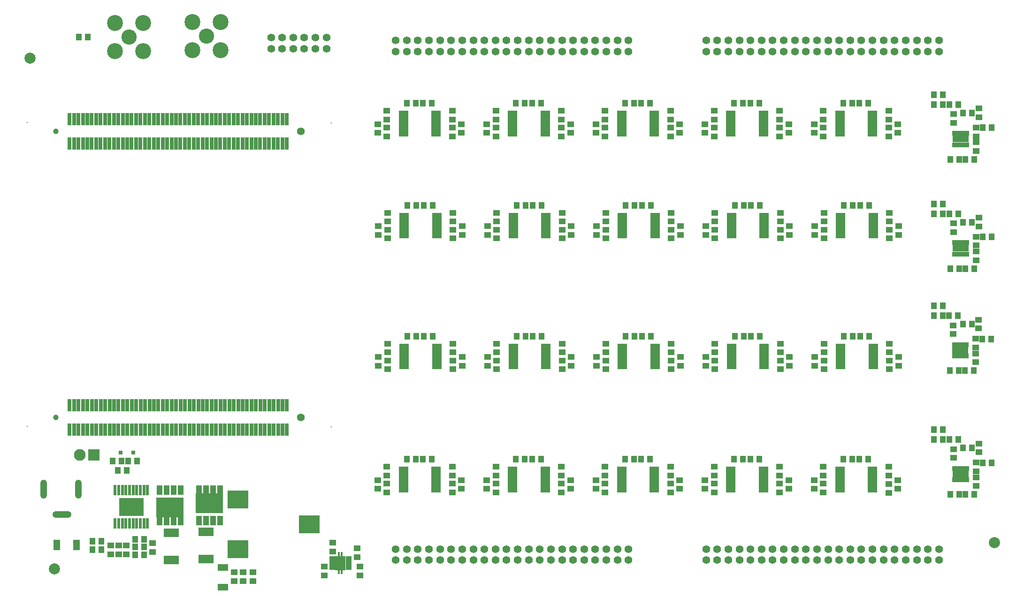
<source format=gts>
G04*
G04 #@! TF.GenerationSoftware,Altium Limited,Altium Designer,23.3.1 (30)*
G04*
G04 Layer_Color=8388736*
%FSLAX44Y44*%
%MOMM*%
G71*
G04*
G04 #@! TF.SameCoordinates,BD36C32B-B9C7-4E4D-8C4A-4C0C75BD15CB*
G04*
G04*
G04 #@! TF.FilePolarity,Negative*
G04*
G01*
G75*
%ADD36C,0.0000*%
%ADD37R,0.7033X2.2032*%
%ADD38C,2.0000*%
%ADD39R,0.9906X1.1684*%
%ADD40R,1.3032X1.9032*%
%ADD41R,1.9032X1.3032*%
%ADD42R,3.7032X3.2032*%
%ADD43R,1.0532X0.4832*%
%ADD44R,1.8532X2.6032*%
%ADD45R,0.4232X0.9032*%
%ADD46R,1.1684X0.9906*%
%ADD47R,0.5032X0.8532*%
%ADD48R,2.8632X1.3032*%
%ADD49R,1.6782X0.6532*%
%ADD50R,0.7032X0.8032*%
%ADD51R,0.6232X1.9832*%
%ADD52R,4.4032X3.2032*%
%ADD53R,2.7032X1.6032*%
%ADD54R,4.9032X3.5532*%
%ADD55R,1.0532X1.6532*%
%ADD56O,3.4532X1.2032*%
%ADD57O,1.2032X3.4532*%
%ADD58R,0.2032X0.2032*%
%ADD59C,1.0033*%
%ADD60C,1.4031*%
%ADD61C,2.8702*%
%ADD62C,2.7432*%
%ADD63R,2.1032X2.1032*%
%ADD64C,2.1032*%
%ADD65C,1.4032*%
%ADD66C,0.7032*%
D36*
X432890Y496570D02*
G03*
X432890Y496570I-8710J0D01*
G01*
X407490D02*
G03*
X407490Y496570I-8710J0D01*
G01*
D37*
X460073Y1058619D02*
D03*
Y1102617D02*
D03*
X452072Y1058619D02*
D03*
Y1102617D02*
D03*
X444071Y1058619D02*
D03*
Y1102617D02*
D03*
X436072Y1058619D02*
D03*
X428071D02*
D03*
X420073D02*
D03*
X412072D02*
D03*
X404071D02*
D03*
X396072D02*
D03*
X388071D02*
D03*
X380073D02*
D03*
X436072Y1102617D02*
D03*
X428071D02*
D03*
X420073D02*
D03*
X412072D02*
D03*
X404071D02*
D03*
X396072D02*
D03*
X388071D02*
D03*
X380073D02*
D03*
X772071Y1058619D02*
D03*
X764073D02*
D03*
X756072D02*
D03*
X748073D02*
D03*
X740072D02*
D03*
X732071D02*
D03*
X724073D02*
D03*
X716072D02*
D03*
X708073D02*
D03*
X700072D02*
D03*
X692071D02*
D03*
X684073D02*
D03*
X676072D02*
D03*
X668071D02*
D03*
X660072D02*
D03*
X652071D02*
D03*
X644073D02*
D03*
X636072D02*
D03*
X628071D02*
D03*
X620072D02*
D03*
X612071D02*
D03*
X604073D02*
D03*
X596072D02*
D03*
X588071D02*
D03*
X580073D02*
D03*
X572071D02*
D03*
X564073D02*
D03*
X556072D02*
D03*
X548071D02*
D03*
X540073D02*
D03*
X532072D02*
D03*
X772071Y1102617D02*
D03*
X764073D02*
D03*
X756072D02*
D03*
X748073D02*
D03*
X740072D02*
D03*
X732071D02*
D03*
X724073D02*
D03*
X716072D02*
D03*
X708073D02*
D03*
X700072D02*
D03*
X692071D02*
D03*
X684073D02*
D03*
X676072D02*
D03*
X668071D02*
D03*
X660072D02*
D03*
X652071D02*
D03*
X644073D02*
D03*
X636072D02*
D03*
X628071D02*
D03*
X620072D02*
D03*
X612071D02*
D03*
X604073D02*
D03*
X596072D02*
D03*
X588071D02*
D03*
X580073D02*
D03*
X572071D02*
D03*
X564073D02*
D03*
X556072D02*
D03*
X548071D02*
D03*
X540073D02*
D03*
X532072D02*
D03*
X524073Y1058619D02*
D03*
Y1102617D02*
D03*
X516072Y1058619D02*
D03*
Y1102617D02*
D03*
X508071Y1058619D02*
D03*
Y1102617D02*
D03*
X500073Y1058619D02*
D03*
Y1102617D02*
D03*
X492072Y1058619D02*
D03*
Y1102617D02*
D03*
X484073Y1058619D02*
D03*
Y1102617D02*
D03*
X476072Y1058619D02*
D03*
Y1102617D02*
D03*
X468071Y1058619D02*
D03*
Y1102617D02*
D03*
X652325Y541729D02*
D03*
X644327D02*
D03*
X636326D02*
D03*
X628325D02*
D03*
X620326D02*
D03*
X612325D02*
D03*
X604327D02*
D03*
X596326D02*
D03*
X588325D02*
D03*
X580326D02*
D03*
X572326D02*
D03*
X564327D02*
D03*
X556326D02*
D03*
X548325D02*
D03*
X540327D02*
D03*
X532326D02*
D03*
X772325D02*
D03*
X764327D02*
D03*
X756326D02*
D03*
X748327D02*
D03*
X740326D02*
D03*
X732325D02*
D03*
X724327D02*
D03*
X716326D02*
D03*
X708327D02*
D03*
X700326D02*
D03*
X692325D02*
D03*
X684327D02*
D03*
X676326D02*
D03*
X668325D02*
D03*
X660326D02*
D03*
X772325Y585727D02*
D03*
X764327D02*
D03*
X756326D02*
D03*
X748327D02*
D03*
X740326D02*
D03*
X732325D02*
D03*
X724327D02*
D03*
X716326D02*
D03*
X708327D02*
D03*
X700326D02*
D03*
X692325D02*
D03*
X684327D02*
D03*
X676326D02*
D03*
X668325D02*
D03*
X660326D02*
D03*
X652325D02*
D03*
X644327D02*
D03*
X636326D02*
D03*
X628325D02*
D03*
X620326D02*
D03*
X612325D02*
D03*
X604327D02*
D03*
X596326D02*
D03*
X588325D02*
D03*
X580326D02*
D03*
X572326D02*
D03*
X564327D02*
D03*
X556326D02*
D03*
X548325D02*
D03*
X540327D02*
D03*
X532326D02*
D03*
X524327Y541729D02*
D03*
X516326D02*
D03*
X508325D02*
D03*
X500327D02*
D03*
X492326D02*
D03*
Y585727D02*
D03*
X484327Y541729D02*
D03*
Y585727D02*
D03*
X476326Y541729D02*
D03*
Y585727D02*
D03*
X468325Y541729D02*
D03*
Y585727D02*
D03*
X460327Y541729D02*
D03*
Y585727D02*
D03*
X452326Y541729D02*
D03*
Y585727D02*
D03*
X444325Y541729D02*
D03*
Y585727D02*
D03*
X436326Y541729D02*
D03*
Y585727D02*
D03*
X428325Y541729D02*
D03*
Y585727D02*
D03*
X420327Y541729D02*
D03*
Y585727D02*
D03*
X412326Y541729D02*
D03*
X404325D02*
D03*
X396326D02*
D03*
Y585727D02*
D03*
X388325Y541729D02*
D03*
X380327D02*
D03*
X524327Y585727D02*
D03*
X516326D02*
D03*
X508325D02*
D03*
X500327D02*
D03*
X412326D02*
D03*
X404325D02*
D03*
X388325D02*
D03*
X380327D02*
D03*
D38*
X308610Y1212850D02*
D03*
X353060Y290830D02*
D03*
X2048510Y337820D02*
D03*
D39*
X1412748Y947039D02*
D03*
X1428750D02*
D03*
X1955800Y524129D02*
D03*
X1939798D02*
D03*
X1992249Y916559D02*
D03*
X2008251D02*
D03*
X1996059Y832739D02*
D03*
X2012061D02*
D03*
X1985010D02*
D03*
X1969008D02*
D03*
X2027428Y889889D02*
D03*
X2043430D02*
D03*
X1939798Y931799D02*
D03*
X1955800D02*
D03*
Y949579D02*
D03*
X1939798D02*
D03*
X1983232Y931799D02*
D03*
X1967230D02*
D03*
X2027428Y482219D02*
D03*
X2043430D02*
D03*
X1939798Y541909D02*
D03*
X1955800D02*
D03*
X1996059Y425069D02*
D03*
X2012061D02*
D03*
X1992249Y508889D02*
D03*
X2008251D02*
D03*
X1969008Y425069D02*
D03*
X1985010D02*
D03*
X1983232Y524129D02*
D03*
X1967230D02*
D03*
X397129Y1250950D02*
D03*
X413131D02*
D03*
X1982724Y747649D02*
D03*
X1966722D02*
D03*
X1984502Y648589D02*
D03*
X1968500D02*
D03*
X1399540Y947039D02*
D03*
X1383538D02*
D03*
X1033780Y488569D02*
D03*
X1017778D02*
D03*
X1004570D02*
D03*
X988568D02*
D03*
X1822450Y710819D02*
D03*
X1806448D02*
D03*
X1793240D02*
D03*
X1777238D02*
D03*
X1231900Y947039D02*
D03*
X1215898D02*
D03*
X1202690D02*
D03*
X1186688D02*
D03*
X989838D02*
D03*
X1005840D02*
D03*
X1609598Y710819D02*
D03*
X1625600D02*
D03*
X1580388D02*
D03*
X1596390D02*
D03*
X1214628Y488569D02*
D03*
X1230630D02*
D03*
X1411478D02*
D03*
X1427480D02*
D03*
X1382268D02*
D03*
X1398270D02*
D03*
X1939290Y765429D02*
D03*
X1955292D02*
D03*
Y747649D02*
D03*
X1939290D02*
D03*
X2042922Y705739D02*
D03*
X2026920D02*
D03*
X2011553Y648589D02*
D03*
X1995551D02*
D03*
X2007743Y732409D02*
D03*
X1991741D02*
D03*
X1019048Y710819D02*
D03*
X1035050D02*
D03*
X989838D02*
D03*
X1005840D02*
D03*
X1412748D02*
D03*
X1428750D02*
D03*
X1383538D02*
D03*
X1399540D02*
D03*
X1608328Y488569D02*
D03*
X1624330D02*
D03*
X1579118D02*
D03*
X1595120D02*
D03*
X1186688Y710819D02*
D03*
X1202690D02*
D03*
X1215898D02*
D03*
X1231900D02*
D03*
X1185418Y488569D02*
D03*
X1201420D02*
D03*
X1805178D02*
D03*
X1821180D02*
D03*
X1775968D02*
D03*
X1791970D02*
D03*
X1806448Y947039D02*
D03*
X1822450D02*
D03*
X1777238D02*
D03*
X1793240D02*
D03*
X1609598D02*
D03*
X1625600D02*
D03*
X1580388D02*
D03*
X1596390D02*
D03*
X1019048D02*
D03*
X1035050D02*
D03*
X1805178Y1131189D02*
D03*
X1821180D02*
D03*
X1775968D02*
D03*
X1791970D02*
D03*
X1608328D02*
D03*
X1624330D02*
D03*
X1579118D02*
D03*
X1595120D02*
D03*
X1411478D02*
D03*
X1427480D02*
D03*
X1382268D02*
D03*
X1398270D02*
D03*
X1214628D02*
D03*
X1230630D02*
D03*
X1185418D02*
D03*
X1201420D02*
D03*
X1017778D02*
D03*
X1033780D02*
D03*
X988568D02*
D03*
X1004570D02*
D03*
X2043430Y1087120D02*
D03*
X2027428D02*
D03*
X1955800Y1129030D02*
D03*
X1939798D02*
D03*
Y1146810D02*
D03*
X1955800D02*
D03*
X2012061Y1029970D02*
D03*
X1996059D02*
D03*
X2008251Y1113790D02*
D03*
X1992249D02*
D03*
X1969008Y1029970D02*
D03*
X1985010D02*
D03*
X1967230Y1129030D02*
D03*
X1983232D02*
D03*
X514731Y330200D02*
D03*
X498729D02*
D03*
X514731Y344170D02*
D03*
X498729D02*
D03*
X514731Y316230D02*
D03*
X498729D02*
D03*
X437261Y325120D02*
D03*
X421259D02*
D03*
X437261Y340360D02*
D03*
X421259D02*
D03*
X474091Y485140D02*
D03*
X458089D02*
D03*
X502031D02*
D03*
X486029D02*
D03*
X482981Y468630D02*
D03*
X466979D02*
D03*
D40*
X356870Y334010D02*
D03*
X392430D02*
D03*
D41*
X656590Y257810D02*
D03*
Y293370D02*
D03*
D42*
X683780Y325840D02*
D03*
Y415840D02*
D03*
X812280Y370840D02*
D03*
D43*
X853930Y310990D02*
D03*
Y305990D02*
D03*
Y300990D02*
D03*
Y295990D02*
D03*
Y290990D02*
D03*
X883430D02*
D03*
Y295990D02*
D03*
Y300990D02*
D03*
Y305990D02*
D03*
Y310990D02*
D03*
D44*
X868680Y300990D02*
D03*
D45*
X866180Y285490D02*
D03*
X871180D02*
D03*
Y316490D02*
D03*
X866180D02*
D03*
D46*
X839470Y295021D02*
D03*
Y279019D02*
D03*
X904240Y295021D02*
D03*
Y279019D02*
D03*
X854710Y322199D02*
D03*
Y338201D02*
D03*
X899160Y312039D02*
D03*
Y328041D02*
D03*
X935990Y1093470D02*
D03*
Y1077468D02*
D03*
X1974850Y1111631D02*
D03*
Y1095629D02*
D03*
X2020570Y1121791D02*
D03*
Y1105789D02*
D03*
X2020062Y740410D02*
D03*
Y724408D02*
D03*
X1974342Y730250D02*
D03*
Y714248D02*
D03*
X2020570Y924560D02*
D03*
Y908558D02*
D03*
X1974850Y914400D02*
D03*
Y898398D02*
D03*
X2015490Y863600D02*
D03*
Y847598D02*
D03*
Y874268D02*
D03*
Y890270D02*
D03*
X2020570Y516890D02*
D03*
Y500888D02*
D03*
X1974850Y506730D02*
D03*
Y490728D02*
D03*
X2015490Y466598D02*
D03*
Y482600D02*
D03*
Y455930D02*
D03*
Y439928D02*
D03*
X1739900Y444500D02*
D03*
Y428498D02*
D03*
X711200Y268859D02*
D03*
Y284861D02*
D03*
X1465580Y886968D02*
D03*
Y902970D02*
D03*
X1347470D02*
D03*
Y886968D02*
D03*
X1465580Y933450D02*
D03*
Y917448D02*
D03*
X1347470D02*
D03*
Y933450D02*
D03*
X1330960Y909320D02*
D03*
Y893318D02*
D03*
X1482090D02*
D03*
Y909320D02*
D03*
X1087120Y434848D02*
D03*
Y450850D02*
D03*
X1070610Y428498D02*
D03*
Y444500D02*
D03*
X952500D02*
D03*
Y428498D02*
D03*
X1070610Y474980D02*
D03*
Y458978D02*
D03*
X952500D02*
D03*
Y474980D02*
D03*
X935990Y450850D02*
D03*
Y434848D02*
D03*
X1859280Y650748D02*
D03*
Y666750D02*
D03*
X1741170D02*
D03*
Y650748D02*
D03*
X1859280Y697230D02*
D03*
Y681228D02*
D03*
X1741170D02*
D03*
Y697230D02*
D03*
X1724660Y673100D02*
D03*
Y657098D02*
D03*
X1875790D02*
D03*
Y673100D02*
D03*
X1268730Y886968D02*
D03*
Y902970D02*
D03*
X1150620D02*
D03*
Y886968D02*
D03*
X1268730Y933450D02*
D03*
Y917448D02*
D03*
X1150620D02*
D03*
Y933450D02*
D03*
X1134110Y909320D02*
D03*
Y893318D02*
D03*
X1285240D02*
D03*
Y909320D02*
D03*
X1662430Y681228D02*
D03*
Y697230D02*
D03*
X1678940Y673100D02*
D03*
Y657098D02*
D03*
X1662430Y666750D02*
D03*
Y650748D02*
D03*
X1346200Y474980D02*
D03*
Y458978D02*
D03*
X1464310D02*
D03*
Y474980D02*
D03*
X2014982Y706120D02*
D03*
Y690118D02*
D03*
X1071880Y666750D02*
D03*
Y650748D02*
D03*
X1088390Y673100D02*
D03*
Y657098D02*
D03*
X2014982Y663448D02*
D03*
Y679450D02*
D03*
X953770Y697230D02*
D03*
Y681228D02*
D03*
X1071880D02*
D03*
Y697230D02*
D03*
X953770Y650748D02*
D03*
Y666750D02*
D03*
X937260Y657098D02*
D03*
Y673100D02*
D03*
X1482090D02*
D03*
Y657098D02*
D03*
X1465580Y666750D02*
D03*
Y650748D02*
D03*
Y681228D02*
D03*
Y697230D02*
D03*
X1347470D02*
D03*
Y681228D02*
D03*
X1330960Y657098D02*
D03*
Y673100D02*
D03*
X1347470Y650748D02*
D03*
Y666750D02*
D03*
X1661160Y444500D02*
D03*
Y428498D02*
D03*
Y458978D02*
D03*
Y474980D02*
D03*
X1677670Y450850D02*
D03*
Y434848D02*
D03*
X1134110Y657098D02*
D03*
Y673100D02*
D03*
X1150620Y697230D02*
D03*
Y681228D02*
D03*
X1268730D02*
D03*
Y697230D02*
D03*
X1150620Y650748D02*
D03*
Y666750D02*
D03*
X1285240Y673100D02*
D03*
Y657098D02*
D03*
X1268730Y666750D02*
D03*
Y650748D02*
D03*
X1267460Y444500D02*
D03*
Y428498D02*
D03*
X1149350Y474980D02*
D03*
Y458978D02*
D03*
X1132840Y434848D02*
D03*
Y450850D02*
D03*
X1283970D02*
D03*
Y434848D02*
D03*
X1149350Y428498D02*
D03*
Y444500D02*
D03*
X1267460Y458978D02*
D03*
Y474980D02*
D03*
X1464310Y444500D02*
D03*
Y428498D02*
D03*
X1480820Y450850D02*
D03*
Y434848D02*
D03*
X1346200Y428498D02*
D03*
Y444500D02*
D03*
X1329690Y434848D02*
D03*
Y450850D02*
D03*
X1544320Y650748D02*
D03*
Y666750D02*
D03*
Y697230D02*
D03*
Y681228D02*
D03*
X1527810Y657098D02*
D03*
Y673100D02*
D03*
X1739900Y475361D02*
D03*
Y459359D02*
D03*
X1723390Y434848D02*
D03*
Y450850D02*
D03*
X1874520D02*
D03*
Y434848D02*
D03*
X1858010Y459359D02*
D03*
Y475361D02*
D03*
Y443611D02*
D03*
Y427609D02*
D03*
X1526540Y434848D02*
D03*
Y450850D02*
D03*
X1543050Y428498D02*
D03*
Y444500D02*
D03*
Y474980D02*
D03*
Y458978D02*
D03*
X1859280Y902970D02*
D03*
Y886968D02*
D03*
X1741170D02*
D03*
Y902970D02*
D03*
X1859280Y917448D02*
D03*
Y933450D02*
D03*
X1741170D02*
D03*
Y917448D02*
D03*
X1724660Y893318D02*
D03*
Y909320D02*
D03*
X1875790D02*
D03*
Y893318D02*
D03*
X1662430Y902970D02*
D03*
Y886968D02*
D03*
X1544320D02*
D03*
Y902970D02*
D03*
X1662430Y917448D02*
D03*
Y933450D02*
D03*
X1544320D02*
D03*
Y917448D02*
D03*
X1527810Y893318D02*
D03*
Y909320D02*
D03*
X1678940D02*
D03*
Y893318D02*
D03*
X1071880Y902970D02*
D03*
Y886968D02*
D03*
X953770D02*
D03*
Y902970D02*
D03*
X1071880Y917448D02*
D03*
Y933450D02*
D03*
X953770D02*
D03*
Y917448D02*
D03*
X937260Y893318D02*
D03*
Y909320D02*
D03*
X1088390D02*
D03*
Y893318D02*
D03*
X1858010Y1087120D02*
D03*
Y1071118D02*
D03*
X1739900D02*
D03*
Y1087120D02*
D03*
X1858010Y1101598D02*
D03*
Y1117600D02*
D03*
X1739900D02*
D03*
Y1101598D02*
D03*
X1723390Y1077468D02*
D03*
Y1093470D02*
D03*
X1874520D02*
D03*
Y1077468D02*
D03*
X1661160Y1087120D02*
D03*
Y1071118D02*
D03*
X1543050D02*
D03*
Y1087120D02*
D03*
X1661160Y1101598D02*
D03*
Y1117600D02*
D03*
X1543050D02*
D03*
Y1101598D02*
D03*
X1526540Y1077468D02*
D03*
Y1093470D02*
D03*
X1677670D02*
D03*
Y1077468D02*
D03*
X1464310Y1087120D02*
D03*
Y1071118D02*
D03*
X1346200D02*
D03*
Y1087120D02*
D03*
X1464310Y1101598D02*
D03*
Y1117600D02*
D03*
X1346200D02*
D03*
Y1101598D02*
D03*
X1329690Y1077468D02*
D03*
Y1093470D02*
D03*
X1480820D02*
D03*
Y1077468D02*
D03*
X1267460Y1087120D02*
D03*
Y1071118D02*
D03*
X1149350D02*
D03*
Y1087120D02*
D03*
X1267460Y1101598D02*
D03*
Y1117600D02*
D03*
X1149350D02*
D03*
Y1101598D02*
D03*
X1132840Y1077468D02*
D03*
Y1093470D02*
D03*
X1283970D02*
D03*
Y1077468D02*
D03*
X1070610Y1087120D02*
D03*
Y1071118D02*
D03*
X952500D02*
D03*
Y1087120D02*
D03*
X1070610Y1101598D02*
D03*
Y1117600D02*
D03*
X952500D02*
D03*
Y1101598D02*
D03*
X1087120Y1093470D02*
D03*
Y1077468D02*
D03*
X2015490Y1087501D02*
D03*
Y1071499D02*
D03*
Y1044829D02*
D03*
Y1060831D02*
D03*
X468630Y333121D02*
D03*
Y317119D02*
D03*
X529590Y336931D02*
D03*
Y320929D02*
D03*
X482600Y333121D02*
D03*
Y317119D02*
D03*
X454660Y333121D02*
D03*
Y317119D02*
D03*
X693420Y284861D02*
D03*
Y268859D02*
D03*
X676910Y284861D02*
D03*
Y268859D02*
D03*
D47*
X1975231Y858729D02*
D03*
X1980231D02*
D03*
X1985231D02*
D03*
X1990231D02*
D03*
X1995231D02*
D03*
X2000231D02*
D03*
Y879729D02*
D03*
X1995231D02*
D03*
X1990231D02*
D03*
X1985231D02*
D03*
X1980231D02*
D03*
X1975231D02*
D03*
Y451059D02*
D03*
X1980231D02*
D03*
X1985231D02*
D03*
X1990231D02*
D03*
X1995231D02*
D03*
X2000231D02*
D03*
Y472059D02*
D03*
X1995231D02*
D03*
X1990231D02*
D03*
X1985231D02*
D03*
X1980231D02*
D03*
X1975231D02*
D03*
Y1076960D02*
D03*
X1980231D02*
D03*
X1985231D02*
D03*
X1990231D02*
D03*
X1995231D02*
D03*
X2000231D02*
D03*
Y1055960D02*
D03*
X1995231D02*
D03*
X1990231D02*
D03*
X1985231D02*
D03*
X1980231D02*
D03*
X1975231D02*
D03*
X1974723Y695579D02*
D03*
X1979723D02*
D03*
X1984723D02*
D03*
X1989723D02*
D03*
X1994723D02*
D03*
X1999723D02*
D03*
Y674579D02*
D03*
X1994723D02*
D03*
X1989723D02*
D03*
X1984723D02*
D03*
X1979723D02*
D03*
X1974723D02*
D03*
D48*
X1987731Y869229D02*
D03*
Y461559D02*
D03*
Y1066460D02*
D03*
X1987223Y685079D02*
D03*
D49*
X1436159Y929709D02*
D03*
Y923209D02*
D03*
Y916709D02*
D03*
Y910209D02*
D03*
Y903709D02*
D03*
Y897209D02*
D03*
Y890709D02*
D03*
X1377399D02*
D03*
Y897209D02*
D03*
Y903709D02*
D03*
Y910209D02*
D03*
Y916709D02*
D03*
Y923209D02*
D03*
Y929709D02*
D03*
X1041189Y471239D02*
D03*
Y464739D02*
D03*
Y458239D02*
D03*
Y451739D02*
D03*
Y445239D02*
D03*
Y438739D02*
D03*
Y432239D02*
D03*
X982429D02*
D03*
Y438739D02*
D03*
Y445239D02*
D03*
Y451739D02*
D03*
Y458239D02*
D03*
Y464739D02*
D03*
Y471239D02*
D03*
X1829859Y693489D02*
D03*
Y686989D02*
D03*
Y680489D02*
D03*
Y673989D02*
D03*
Y667489D02*
D03*
Y660989D02*
D03*
Y654489D02*
D03*
X1771099D02*
D03*
Y660989D02*
D03*
Y667489D02*
D03*
Y673989D02*
D03*
Y680489D02*
D03*
Y686989D02*
D03*
Y693489D02*
D03*
X1239309Y929709D02*
D03*
Y923209D02*
D03*
Y916709D02*
D03*
Y910209D02*
D03*
Y903709D02*
D03*
Y897209D02*
D03*
Y890709D02*
D03*
X1180549D02*
D03*
Y897209D02*
D03*
Y903709D02*
D03*
Y910209D02*
D03*
Y916709D02*
D03*
Y923209D02*
D03*
Y929709D02*
D03*
X1574249Y693489D02*
D03*
Y686989D02*
D03*
Y680489D02*
D03*
Y673989D02*
D03*
Y667489D02*
D03*
Y660989D02*
D03*
Y654489D02*
D03*
X1633009D02*
D03*
Y660989D02*
D03*
Y667489D02*
D03*
Y673989D02*
D03*
Y680489D02*
D03*
Y686989D02*
D03*
Y693489D02*
D03*
X983699D02*
D03*
Y686989D02*
D03*
Y680489D02*
D03*
Y673989D02*
D03*
Y667489D02*
D03*
Y660989D02*
D03*
Y654489D02*
D03*
X1042459D02*
D03*
Y660989D02*
D03*
Y667489D02*
D03*
Y673989D02*
D03*
Y680489D02*
D03*
Y686989D02*
D03*
Y693489D02*
D03*
X1377399D02*
D03*
Y686989D02*
D03*
Y680489D02*
D03*
Y673989D02*
D03*
Y667489D02*
D03*
Y660989D02*
D03*
Y654489D02*
D03*
X1436159D02*
D03*
Y660989D02*
D03*
Y667489D02*
D03*
Y673989D02*
D03*
Y680489D02*
D03*
Y686989D02*
D03*
Y693489D02*
D03*
X1572979Y471239D02*
D03*
Y464739D02*
D03*
Y458239D02*
D03*
Y451739D02*
D03*
Y445239D02*
D03*
Y438739D02*
D03*
Y432239D02*
D03*
X1631739D02*
D03*
Y438739D02*
D03*
Y445239D02*
D03*
Y451739D02*
D03*
Y458239D02*
D03*
Y464739D02*
D03*
Y471239D02*
D03*
X1180549Y693489D02*
D03*
Y686989D02*
D03*
Y680489D02*
D03*
Y673989D02*
D03*
Y667489D02*
D03*
Y660989D02*
D03*
Y654489D02*
D03*
X1239309D02*
D03*
Y660989D02*
D03*
Y667489D02*
D03*
Y673989D02*
D03*
Y680489D02*
D03*
Y686989D02*
D03*
Y693489D02*
D03*
X1179279Y471239D02*
D03*
Y464739D02*
D03*
Y458239D02*
D03*
Y451739D02*
D03*
Y445239D02*
D03*
Y438739D02*
D03*
Y432239D02*
D03*
X1238039D02*
D03*
Y438739D02*
D03*
Y445239D02*
D03*
Y451739D02*
D03*
Y458239D02*
D03*
Y464739D02*
D03*
Y471239D02*
D03*
X1376129D02*
D03*
Y464739D02*
D03*
Y458239D02*
D03*
Y451739D02*
D03*
Y445239D02*
D03*
Y438739D02*
D03*
Y432239D02*
D03*
X1434889D02*
D03*
Y438739D02*
D03*
Y445239D02*
D03*
Y451739D02*
D03*
Y458239D02*
D03*
Y464739D02*
D03*
Y471239D02*
D03*
X1769829D02*
D03*
Y464739D02*
D03*
Y458239D02*
D03*
Y451739D02*
D03*
Y445239D02*
D03*
Y438739D02*
D03*
Y432239D02*
D03*
X1828589D02*
D03*
Y438739D02*
D03*
Y445239D02*
D03*
Y451739D02*
D03*
Y458239D02*
D03*
Y464739D02*
D03*
Y471239D02*
D03*
X1771099Y929709D02*
D03*
Y923209D02*
D03*
Y916709D02*
D03*
Y910209D02*
D03*
Y903709D02*
D03*
Y897209D02*
D03*
Y890709D02*
D03*
X1829859D02*
D03*
Y897209D02*
D03*
Y903709D02*
D03*
Y910209D02*
D03*
Y916709D02*
D03*
Y923209D02*
D03*
Y929709D02*
D03*
X1574249D02*
D03*
Y923209D02*
D03*
Y916709D02*
D03*
Y910209D02*
D03*
Y903709D02*
D03*
Y897209D02*
D03*
Y890709D02*
D03*
X1633009D02*
D03*
Y897209D02*
D03*
Y903709D02*
D03*
Y910209D02*
D03*
Y916709D02*
D03*
Y923209D02*
D03*
Y929709D02*
D03*
X983699D02*
D03*
Y923209D02*
D03*
Y916709D02*
D03*
Y910209D02*
D03*
Y903709D02*
D03*
Y897209D02*
D03*
Y890709D02*
D03*
X1042459D02*
D03*
Y897209D02*
D03*
Y903709D02*
D03*
Y910209D02*
D03*
Y916709D02*
D03*
Y923209D02*
D03*
Y929709D02*
D03*
X1769829Y1113859D02*
D03*
Y1107359D02*
D03*
Y1100859D02*
D03*
Y1094359D02*
D03*
Y1087859D02*
D03*
Y1081359D02*
D03*
Y1074859D02*
D03*
X1828589D02*
D03*
Y1081359D02*
D03*
Y1087859D02*
D03*
Y1094359D02*
D03*
Y1100859D02*
D03*
Y1107359D02*
D03*
Y1113859D02*
D03*
X1572979D02*
D03*
Y1107359D02*
D03*
Y1100859D02*
D03*
Y1094359D02*
D03*
Y1087859D02*
D03*
Y1081359D02*
D03*
Y1074859D02*
D03*
X1631739D02*
D03*
Y1081359D02*
D03*
Y1087859D02*
D03*
Y1094359D02*
D03*
Y1100859D02*
D03*
Y1107359D02*
D03*
Y1113859D02*
D03*
X1376129D02*
D03*
Y1107359D02*
D03*
Y1100859D02*
D03*
Y1094359D02*
D03*
Y1087859D02*
D03*
Y1081359D02*
D03*
Y1074859D02*
D03*
X1434889D02*
D03*
Y1081359D02*
D03*
Y1087859D02*
D03*
Y1094359D02*
D03*
Y1100859D02*
D03*
Y1107359D02*
D03*
Y1113859D02*
D03*
X1179279D02*
D03*
Y1107359D02*
D03*
Y1100859D02*
D03*
Y1094359D02*
D03*
Y1087859D02*
D03*
Y1081359D02*
D03*
Y1074859D02*
D03*
X1238039D02*
D03*
Y1081359D02*
D03*
Y1087859D02*
D03*
Y1094359D02*
D03*
Y1100859D02*
D03*
Y1107359D02*
D03*
Y1113859D02*
D03*
X982429D02*
D03*
Y1107359D02*
D03*
Y1100859D02*
D03*
Y1094359D02*
D03*
Y1087859D02*
D03*
Y1081359D02*
D03*
Y1074859D02*
D03*
X1041189D02*
D03*
Y1081359D02*
D03*
Y1087859D02*
D03*
Y1094359D02*
D03*
Y1100859D02*
D03*
Y1107359D02*
D03*
Y1113859D02*
D03*
D50*
X472370Y500380D02*
D03*
X495370D02*
D03*
D51*
X462239Y432290D02*
D03*
X468739D02*
D03*
X475239D02*
D03*
X481739D02*
D03*
X488239D02*
D03*
X494739D02*
D03*
X501240D02*
D03*
X507740D02*
D03*
X514240D02*
D03*
X520740Y372890D02*
D03*
Y432290D02*
D03*
X514240Y372890D02*
D03*
X507740D02*
D03*
X501240D02*
D03*
X494740D02*
D03*
X488240D02*
D03*
X481740D02*
D03*
X475240D02*
D03*
X468740D02*
D03*
X462240D02*
D03*
D52*
X491490Y402590D02*
D03*
D53*
X626110Y357240D02*
D03*
Y308240D02*
D03*
X563880Y355970D02*
D03*
Y306970D02*
D03*
D54*
X632460Y408630D02*
D03*
X561340Y401320D02*
D03*
D55*
X613410Y432630D02*
D03*
X626110D02*
D03*
X638810D02*
D03*
X651510D02*
D03*
Y377630D02*
D03*
X638810D02*
D03*
X626110D02*
D03*
X613410D02*
D03*
X580390Y377320D02*
D03*
X567690D02*
D03*
X554990D02*
D03*
X542290D02*
D03*
Y432320D02*
D03*
X554990D02*
D03*
X567690D02*
D03*
X580390D02*
D03*
D56*
X366390Y388340D02*
D03*
D57*
X333390Y434340D02*
D03*
X396390D02*
D03*
D58*
X852170Y547370D02*
D03*
X303327Y547446D02*
D03*
Y1096170D02*
D03*
X852000Y1095969D02*
D03*
D59*
X355326Y563728D02*
D03*
X355072Y1080618D02*
D03*
D60*
X797326Y563728D02*
D03*
X797072Y1080618D02*
D03*
D61*
X513080Y1225550D02*
D03*
X462280D02*
D03*
Y1276350D02*
D03*
X513080D02*
D03*
X652780Y1226820D02*
D03*
X601980D02*
D03*
Y1277620D02*
D03*
X652780D02*
D03*
D62*
X487680Y1250950D02*
D03*
X627380Y1252220D02*
D03*
D63*
X424180Y496570D02*
D03*
D64*
X398780D02*
D03*
D65*
X743589Y1229680D02*
D03*
X743590Y1249680D02*
D03*
X763589Y1229680D02*
D03*
X783589D02*
D03*
X803589D02*
D03*
X823589D02*
D03*
X843589D02*
D03*
X763590Y1249680D02*
D03*
X783590D02*
D03*
X803590D02*
D03*
X823590D02*
D03*
X843590D02*
D03*
X1708631Y326230D02*
D03*
X1948630D02*
D03*
X1928630D02*
D03*
X1908630D02*
D03*
X1888630D02*
D03*
X1868630D02*
D03*
X1848630D02*
D03*
X1828630D02*
D03*
X1808630D02*
D03*
X1788630D02*
D03*
X1768630D02*
D03*
X1748631D02*
D03*
X1728631D02*
D03*
X1688631D02*
D03*
X1668631D02*
D03*
X1648631D02*
D03*
X1628631D02*
D03*
X1608631D02*
D03*
X1588631D02*
D03*
X1568631D02*
D03*
X1548631D02*
D03*
X1948629Y306230D02*
D03*
X1928629D02*
D03*
X1908629D02*
D03*
X1888629D02*
D03*
X1868629D02*
D03*
X1848629D02*
D03*
X1828629D02*
D03*
X1808629D02*
D03*
X1788629D02*
D03*
X1768629D02*
D03*
X1748629D02*
D03*
X1728630D02*
D03*
X1708630D02*
D03*
X1688630D02*
D03*
X1668630D02*
D03*
X1648630D02*
D03*
X1628630D02*
D03*
X1608630D02*
D03*
X1588630D02*
D03*
X1568630D02*
D03*
X1548630D02*
D03*
X1528631Y326230D02*
D03*
X1528630Y306230D02*
D03*
X1388560Y326230D02*
D03*
X1368560D02*
D03*
X1348560D02*
D03*
X1328560D02*
D03*
X1308560D02*
D03*
X1288560D02*
D03*
X1268560D02*
D03*
X1248560D02*
D03*
X1228560D02*
D03*
X1208560D02*
D03*
X1188560D02*
D03*
X1168560D02*
D03*
X1148561D02*
D03*
X1128561D02*
D03*
X1108561D02*
D03*
X1088561D02*
D03*
X1068561D02*
D03*
X1048561D02*
D03*
X1028561D02*
D03*
X1008561D02*
D03*
X988561D02*
D03*
X1388559Y306230D02*
D03*
X1368559D02*
D03*
X1348559D02*
D03*
X1328559D02*
D03*
X1308559D02*
D03*
X1288559D02*
D03*
X1268559D02*
D03*
X1248559D02*
D03*
X1228559D02*
D03*
X1208559D02*
D03*
X1188559D02*
D03*
X1168560D02*
D03*
X1148560D02*
D03*
X1128560D02*
D03*
X1108560D02*
D03*
X1088560D02*
D03*
X1068560D02*
D03*
X1048560D02*
D03*
X1028560D02*
D03*
X1008560D02*
D03*
X988560D02*
D03*
X968561Y326230D02*
D03*
X968560Y306230D02*
D03*
X1948630Y1244440D02*
D03*
X1928630D02*
D03*
X1908630D02*
D03*
X1888630D02*
D03*
X1868630D02*
D03*
X1848630D02*
D03*
X1828630D02*
D03*
X1808630D02*
D03*
X1788630D02*
D03*
X1768630D02*
D03*
X1748630D02*
D03*
X1728630D02*
D03*
X1708631D02*
D03*
X1688631D02*
D03*
X1668631D02*
D03*
X1648631D02*
D03*
X1628631D02*
D03*
X1608631D02*
D03*
X1588631D02*
D03*
X1568631D02*
D03*
X1548631D02*
D03*
X1948629Y1224440D02*
D03*
X1928629D02*
D03*
X1908629D02*
D03*
X1888629D02*
D03*
X1868629D02*
D03*
X1848629D02*
D03*
X1828629D02*
D03*
X1808629D02*
D03*
X1788629D02*
D03*
X1768629D02*
D03*
X1748629D02*
D03*
X1728630D02*
D03*
X1708630D02*
D03*
X1688630D02*
D03*
X1668630D02*
D03*
X1648630D02*
D03*
X1628630D02*
D03*
X1608630D02*
D03*
X1588630D02*
D03*
X1568630D02*
D03*
X1548630D02*
D03*
X1528631Y1244440D02*
D03*
X1528630Y1224440D02*
D03*
X1388560Y1244440D02*
D03*
X1368560D02*
D03*
X1348560D02*
D03*
X1328560D02*
D03*
X1308560D02*
D03*
X1288560D02*
D03*
X1268560D02*
D03*
X1248560D02*
D03*
X1228560D02*
D03*
X1208560D02*
D03*
X1188560D02*
D03*
X1168560D02*
D03*
X1148560D02*
D03*
X1128560D02*
D03*
X1108560D02*
D03*
X1088561D02*
D03*
X1068561D02*
D03*
X1048561D02*
D03*
X1028561D02*
D03*
X1008561D02*
D03*
X988561D02*
D03*
X1388559Y1224440D02*
D03*
X1368559D02*
D03*
X1348559D02*
D03*
X1328559D02*
D03*
X1308559D02*
D03*
X1288559D02*
D03*
X1268559D02*
D03*
X1248559D02*
D03*
X1228559D02*
D03*
X1208559D02*
D03*
X1188559D02*
D03*
X1168560D02*
D03*
X1148560D02*
D03*
X1128560D02*
D03*
X1108560D02*
D03*
X1088560D02*
D03*
X1068560D02*
D03*
X1048560D02*
D03*
X1028560D02*
D03*
X1008560D02*
D03*
X988560D02*
D03*
X968561Y1244440D02*
D03*
X968560Y1224440D02*
D03*
D66*
X1482090Y673100D02*
D03*
X1777238Y710819D02*
D03*
X514731Y316230D02*
D03*
X498729Y344170D02*
D03*
X529590Y336931D02*
D03*
M02*

</source>
